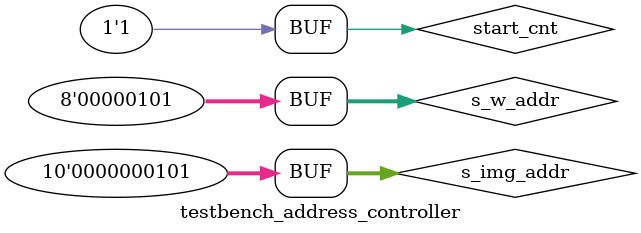
<source format=v>
`timescale 1ns / 1ns



module testbench_address_controller();
reg[9:0] s_img_addr;
reg[7:0] s_w_addr;
reg start;
wire clk;
wire[9:0] img_addr;
wire[7:0] w_addr;
wire d_ena;
wire[7:0] img_data;
wire[7:0] w_data;
wire[23:0] calc_data;
wire done;
wire data_in_done;

wire [1:0] test;
wire [1:0] test2;
/*
multi_controller MC(
    .start(start),          //start
    .clk(clk),            // clk
    .s_img_addr(s_img_addr),// start address
    .s_w_addr(s_w_addr),  // start address
    .img_data(img_data),  // data from ram
    .w_data(w_data),    // data from ram
    .img_addr(img_addr),
    .w_addr(w_addr), // address for ram
    .d_ena(d_ena),         // data_ena for ram
    .calc_data(calc_data), // calculated data
    .done(done),            // don Flag
    .test(mult)
    );
 */
 start_controller sc(
    .start(start),          //start
    .clk(clk),            // clk
    .s_img_addr(s_img_addr),// start address
    .s_w_addr(s_w_addr),  // start address
    .img_data(img_data),  // data from ram
    .w_data(w_data),    // data from ram
    .img_addr(img_addr),
    .w_addr(w_addr), // address for ram
    .d_ena(d_ena),         // data_ena for ram
    .calc_data(calc_data), // calculated data
    .done(done),
    .data_in_done(data_in_done),            // done Flag),
    .test(test),
    .test2(test2)
    );
img_x img(
  .clkb(clk),    // input wire clkb
  .enb(d_ena),      // input wire enb
  .addrb(img_addr),  // input wire [9 : 0] addrb
  .doutb(img_data)  // output wire [7 : 0] doutb
);
weight_w weight(
  .clkb(clk),    // input wire clkb
  .enb(d_ena),      // input wire enb
  .addrb(w_addr),  // input wire [9 : 0] addrb
  .doutb(w_data)  // output wire [7 : 0] doutb
);

clock_gen Clock_gen(clk);
reg start_cnt;
initial begin
    start_cnt =0;
    start =0;
    #125;
    start_cnt =1;
    s_img_addr = 10'b0000000000;
    s_w_addr = 8'b00000000;
    start =1;
    #50;
    start =0;
    #2400;
    s_img_addr = 10'b0000000101;
    s_w_addr = 8'b00000101;
end
always @(data_in_done) begin
    if (start_cnt ==1'b1) begin
        if (start ==1'b0) start <= 1;
        else start <=0;
    end 
end
endmodule

</source>
